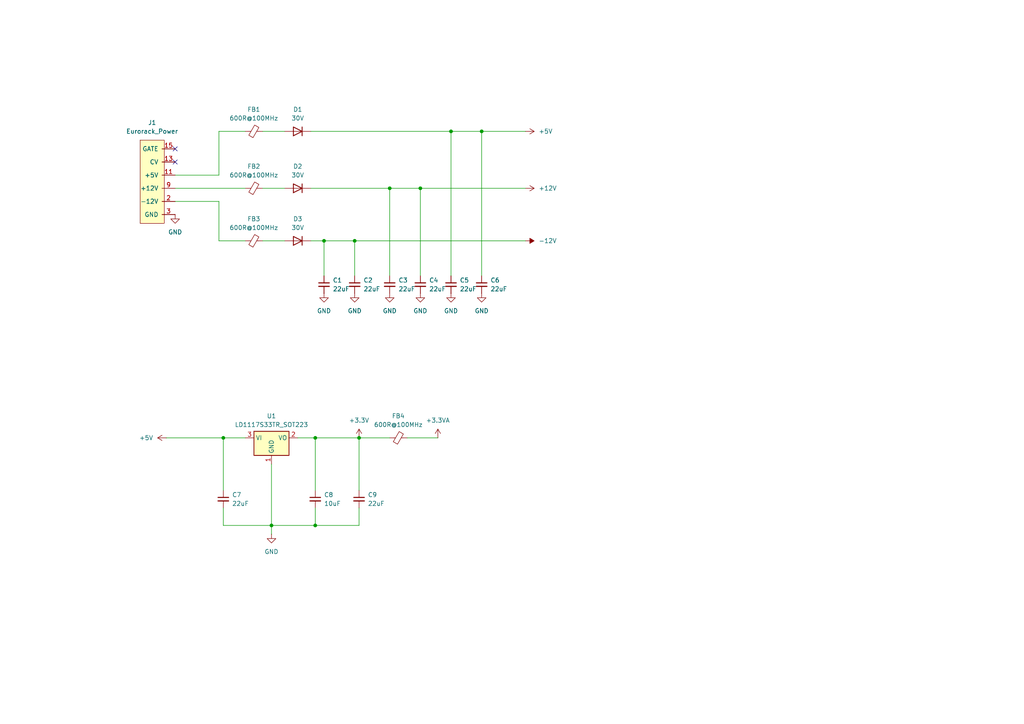
<source format=kicad_sch>
(kicad_sch
	(version 20231120)
	(generator "eeschema")
	(generator_version "8.0")
	(uuid "dc99cbb6-0af8-43e1-9168-05367c14d412")
	(paper "A4")
	(lib_symbols
		(symbol "Device:C_Small"
			(pin_numbers hide)
			(pin_names
				(offset 0.254) hide)
			(exclude_from_sim no)
			(in_bom yes)
			(on_board yes)
			(property "Reference" "C"
				(at 0.254 1.778 0)
				(effects
					(font
						(size 1.27 1.27)
					)
					(justify left)
				)
			)
			(property "Value" "C_Small"
				(at 0.254 -2.032 0)
				(effects
					(font
						(size 1.27 1.27)
					)
					(justify left)
				)
			)
			(property "Footprint" ""
				(at 0 0 0)
				(effects
					(font
						(size 1.27 1.27)
					)
					(hide yes)
				)
			)
			(property "Datasheet" "~"
				(at 0 0 0)
				(effects
					(font
						(size 1.27 1.27)
					)
					(hide yes)
				)
			)
			(property "Description" "Unpolarized capacitor, small symbol"
				(at 0 0 0)
				(effects
					(font
						(size 1.27 1.27)
					)
					(hide yes)
				)
			)
			(property "ki_keywords" "capacitor cap"
				(at 0 0 0)
				(effects
					(font
						(size 1.27 1.27)
					)
					(hide yes)
				)
			)
			(property "ki_fp_filters" "C_*"
				(at 0 0 0)
				(effects
					(font
						(size 1.27 1.27)
					)
					(hide yes)
				)
			)
			(symbol "C_Small_0_1"
				(polyline
					(pts
						(xy -1.524 -0.508) (xy 1.524 -0.508)
					)
					(stroke
						(width 0.3302)
						(type default)
					)
					(fill
						(type none)
					)
				)
				(polyline
					(pts
						(xy -1.524 0.508) (xy 1.524 0.508)
					)
					(stroke
						(width 0.3048)
						(type default)
					)
					(fill
						(type none)
					)
				)
			)
			(symbol "C_Small_1_1"
				(pin passive line
					(at 0 2.54 270)
					(length 2.032)
					(name "~"
						(effects
							(font
								(size 1.27 1.27)
							)
						)
					)
					(number "1"
						(effects
							(font
								(size 1.27 1.27)
							)
						)
					)
				)
				(pin passive line
					(at 0 -2.54 90)
					(length 2.032)
					(name "~"
						(effects
							(font
								(size 1.27 1.27)
							)
						)
					)
					(number "2"
						(effects
							(font
								(size 1.27 1.27)
							)
						)
					)
				)
			)
		)
		(symbol "Device:D"
			(pin_numbers hide)
			(pin_names
				(offset 1.016) hide)
			(exclude_from_sim no)
			(in_bom yes)
			(on_board yes)
			(property "Reference" "D"
				(at 0 2.54 0)
				(effects
					(font
						(size 1.27 1.27)
					)
				)
			)
			(property "Value" "D"
				(at 0 -2.54 0)
				(effects
					(font
						(size 1.27 1.27)
					)
				)
			)
			(property "Footprint" ""
				(at 0 0 0)
				(effects
					(font
						(size 1.27 1.27)
					)
					(hide yes)
				)
			)
			(property "Datasheet" "~"
				(at 0 0 0)
				(effects
					(font
						(size 1.27 1.27)
					)
					(hide yes)
				)
			)
			(property "Description" "Diode"
				(at 0 0 0)
				(effects
					(font
						(size 1.27 1.27)
					)
					(hide yes)
				)
			)
			(property "Sim.Device" "D"
				(at 0 0 0)
				(effects
					(font
						(size 1.27 1.27)
					)
					(hide yes)
				)
			)
			(property "Sim.Pins" "1=K 2=A"
				(at 0 0 0)
				(effects
					(font
						(size 1.27 1.27)
					)
					(hide yes)
				)
			)
			(property "ki_keywords" "diode"
				(at 0 0 0)
				(effects
					(font
						(size 1.27 1.27)
					)
					(hide yes)
				)
			)
			(property "ki_fp_filters" "TO-???* *_Diode_* *SingleDiode* D_*"
				(at 0 0 0)
				(effects
					(font
						(size 1.27 1.27)
					)
					(hide yes)
				)
			)
			(symbol "D_0_1"
				(polyline
					(pts
						(xy -1.27 1.27) (xy -1.27 -1.27)
					)
					(stroke
						(width 0.254)
						(type default)
					)
					(fill
						(type none)
					)
				)
				(polyline
					(pts
						(xy 1.27 0) (xy -1.27 0)
					)
					(stroke
						(width 0)
						(type default)
					)
					(fill
						(type none)
					)
				)
				(polyline
					(pts
						(xy 1.27 1.27) (xy 1.27 -1.27) (xy -1.27 0) (xy 1.27 1.27)
					)
					(stroke
						(width 0.254)
						(type default)
					)
					(fill
						(type none)
					)
				)
			)
			(symbol "D_1_1"
				(pin passive line
					(at -3.81 0 0)
					(length 2.54)
					(name "K"
						(effects
							(font
								(size 1.27 1.27)
							)
						)
					)
					(number "1"
						(effects
							(font
								(size 1.27 1.27)
							)
						)
					)
				)
				(pin passive line
					(at 3.81 0 180)
					(length 2.54)
					(name "A"
						(effects
							(font
								(size 1.27 1.27)
							)
						)
					)
					(number "2"
						(effects
							(font
								(size 1.27 1.27)
							)
						)
					)
				)
			)
		)
		(symbol "Device:FerriteBead_Small"
			(pin_numbers hide)
			(pin_names
				(offset 0)
			)
			(exclude_from_sim no)
			(in_bom yes)
			(on_board yes)
			(property "Reference" "FB"
				(at 1.905 1.27 0)
				(effects
					(font
						(size 1.27 1.27)
					)
					(justify left)
				)
			)
			(property "Value" "FerriteBead_Small"
				(at 1.905 -1.27 0)
				(effects
					(font
						(size 1.27 1.27)
					)
					(justify left)
				)
			)
			(property "Footprint" ""
				(at -1.778 0 90)
				(effects
					(font
						(size 1.27 1.27)
					)
					(hide yes)
				)
			)
			(property "Datasheet" "~"
				(at 0 0 0)
				(effects
					(font
						(size 1.27 1.27)
					)
					(hide yes)
				)
			)
			(property "Description" "Ferrite bead, small symbol"
				(at 0 0 0)
				(effects
					(font
						(size 1.27 1.27)
					)
					(hide yes)
				)
			)
			(property "ki_keywords" "L ferrite bead inductor filter"
				(at 0 0 0)
				(effects
					(font
						(size 1.27 1.27)
					)
					(hide yes)
				)
			)
			(property "ki_fp_filters" "Inductor_* L_* *Ferrite*"
				(at 0 0 0)
				(effects
					(font
						(size 1.27 1.27)
					)
					(hide yes)
				)
			)
			(symbol "FerriteBead_Small_0_1"
				(polyline
					(pts
						(xy 0 -1.27) (xy 0 -0.7874)
					)
					(stroke
						(width 0)
						(type default)
					)
					(fill
						(type none)
					)
				)
				(polyline
					(pts
						(xy 0 0.889) (xy 0 1.2954)
					)
					(stroke
						(width 0)
						(type default)
					)
					(fill
						(type none)
					)
				)
				(polyline
					(pts
						(xy -1.8288 0.2794) (xy -1.1176 1.4986) (xy 1.8288 -0.2032) (xy 1.1176 -1.4224) (xy -1.8288 0.2794)
					)
					(stroke
						(width 0)
						(type default)
					)
					(fill
						(type none)
					)
				)
			)
			(symbol "FerriteBead_Small_1_1"
				(pin passive line
					(at 0 2.54 270)
					(length 1.27)
					(name "~"
						(effects
							(font
								(size 1.27 1.27)
							)
						)
					)
					(number "1"
						(effects
							(font
								(size 1.27 1.27)
							)
						)
					)
				)
				(pin passive line
					(at 0 -2.54 90)
					(length 1.27)
					(name "~"
						(effects
							(font
								(size 1.27 1.27)
							)
						)
					)
					(number "2"
						(effects
							(font
								(size 1.27 1.27)
							)
						)
					)
				)
			)
		)
		(symbol "Regulator_Linear:LD1117S33TR_SOT223"
			(exclude_from_sim no)
			(in_bom yes)
			(on_board yes)
			(property "Reference" "U"
				(at -3.81 3.175 0)
				(effects
					(font
						(size 1.27 1.27)
					)
				)
			)
			(property "Value" "LD1117S33TR_SOT223"
				(at 0 3.175 0)
				(effects
					(font
						(size 1.27 1.27)
					)
					(justify left)
				)
			)
			(property "Footprint" "Package_TO_SOT_SMD:SOT-223-3_TabPin2"
				(at 0 5.08 0)
				(effects
					(font
						(size 1.27 1.27)
					)
					(hide yes)
				)
			)
			(property "Datasheet" "http://www.st.com/st-web-ui/static/active/en/resource/technical/document/datasheet/CD00000544.pdf"
				(at 2.54 -6.35 0)
				(effects
					(font
						(size 1.27 1.27)
					)
					(hide yes)
				)
			)
			(property "Description" "800mA Fixed Low Drop Positive Voltage Regulator, Fixed Output 3.3V, SOT-223"
				(at 0 0 0)
				(effects
					(font
						(size 1.27 1.27)
					)
					(hide yes)
				)
			)
			(property "ki_keywords" "REGULATOR LDO 3.3V"
				(at 0 0 0)
				(effects
					(font
						(size 1.27 1.27)
					)
					(hide yes)
				)
			)
			(property "ki_fp_filters" "SOT?223*TabPin2*"
				(at 0 0 0)
				(effects
					(font
						(size 1.27 1.27)
					)
					(hide yes)
				)
			)
			(symbol "LD1117S33TR_SOT223_0_1"
				(rectangle
					(start -5.08 -5.08)
					(end 5.08 1.905)
					(stroke
						(width 0.254)
						(type default)
					)
					(fill
						(type background)
					)
				)
			)
			(symbol "LD1117S33TR_SOT223_1_1"
				(pin power_in line
					(at 0 -7.62 90)
					(length 2.54)
					(name "GND"
						(effects
							(font
								(size 1.27 1.27)
							)
						)
					)
					(number "1"
						(effects
							(font
								(size 1.27 1.27)
							)
						)
					)
				)
				(pin power_out line
					(at 7.62 0 180)
					(length 2.54)
					(name "VO"
						(effects
							(font
								(size 1.27 1.27)
							)
						)
					)
					(number "2"
						(effects
							(font
								(size 1.27 1.27)
							)
						)
					)
				)
				(pin power_in line
					(at -7.62 0 0)
					(length 2.54)
					(name "VI"
						(effects
							(font
								(size 1.27 1.27)
							)
						)
					)
					(number "3"
						(effects
							(font
								(size 1.27 1.27)
							)
						)
					)
				)
			)
		)
		(symbol "power:+12V"
			(power)
			(pin_numbers hide)
			(pin_names
				(offset 0) hide)
			(exclude_from_sim no)
			(in_bom yes)
			(on_board yes)
			(property "Reference" "#PWR"
				(at 0 -3.81 0)
				(effects
					(font
						(size 1.27 1.27)
					)
					(hide yes)
				)
			)
			(property "Value" "+12V"
				(at 0 3.556 0)
				(effects
					(font
						(size 1.27 1.27)
					)
				)
			)
			(property "Footprint" ""
				(at 0 0 0)
				(effects
					(font
						(size 1.27 1.27)
					)
					(hide yes)
				)
			)
			(property "Datasheet" ""
				(at 0 0 0)
				(effects
					(font
						(size 1.27 1.27)
					)
					(hide yes)
				)
			)
			(property "Description" "Power symbol creates a global label with name \"+12V\""
				(at 0 0 0)
				(effects
					(font
						(size 1.27 1.27)
					)
					(hide yes)
				)
			)
			(property "ki_keywords" "global power"
				(at 0 0 0)
				(effects
					(font
						(size 1.27 1.27)
					)
					(hide yes)
				)
			)
			(symbol "+12V_0_1"
				(polyline
					(pts
						(xy -0.762 1.27) (xy 0 2.54)
					)
					(stroke
						(width 0)
						(type default)
					)
					(fill
						(type none)
					)
				)
				(polyline
					(pts
						(xy 0 0) (xy 0 2.54)
					)
					(stroke
						(width 0)
						(type default)
					)
					(fill
						(type none)
					)
				)
				(polyline
					(pts
						(xy 0 2.54) (xy 0.762 1.27)
					)
					(stroke
						(width 0)
						(type default)
					)
					(fill
						(type none)
					)
				)
			)
			(symbol "+12V_1_1"
				(pin power_in line
					(at 0 0 90)
					(length 0)
					(name "~"
						(effects
							(font
								(size 1.27 1.27)
							)
						)
					)
					(number "1"
						(effects
							(font
								(size 1.27 1.27)
							)
						)
					)
				)
			)
		)
		(symbol "power:+3.3V"
			(power)
			(pin_numbers hide)
			(pin_names
				(offset 0) hide)
			(exclude_from_sim no)
			(in_bom yes)
			(on_board yes)
			(property "Reference" "#PWR"
				(at 0 -3.81 0)
				(effects
					(font
						(size 1.27 1.27)
					)
					(hide yes)
				)
			)
			(property "Value" "+3.3V"
				(at 0 3.556 0)
				(effects
					(font
						(size 1.27 1.27)
					)
				)
			)
			(property "Footprint" ""
				(at 0 0 0)
				(effects
					(font
						(size 1.27 1.27)
					)
					(hide yes)
				)
			)
			(property "Datasheet" ""
				(at 0 0 0)
				(effects
					(font
						(size 1.27 1.27)
					)
					(hide yes)
				)
			)
			(property "Description" "Power symbol creates a global label with name \"+3.3V\""
				(at 0 0 0)
				(effects
					(font
						(size 1.27 1.27)
					)
					(hide yes)
				)
			)
			(property "ki_keywords" "global power"
				(at 0 0 0)
				(effects
					(font
						(size 1.27 1.27)
					)
					(hide yes)
				)
			)
			(symbol "+3.3V_0_1"
				(polyline
					(pts
						(xy -0.762 1.27) (xy 0 2.54)
					)
					(stroke
						(width 0)
						(type default)
					)
					(fill
						(type none)
					)
				)
				(polyline
					(pts
						(xy 0 0) (xy 0 2.54)
					)
					(stroke
						(width 0)
						(type default)
					)
					(fill
						(type none)
					)
				)
				(polyline
					(pts
						(xy 0 2.54) (xy 0.762 1.27)
					)
					(stroke
						(width 0)
						(type default)
					)
					(fill
						(type none)
					)
				)
			)
			(symbol "+3.3V_1_1"
				(pin power_in line
					(at 0 0 90)
					(length 0)
					(name "~"
						(effects
							(font
								(size 1.27 1.27)
							)
						)
					)
					(number "1"
						(effects
							(font
								(size 1.27 1.27)
							)
						)
					)
				)
			)
		)
		(symbol "power:+3.3VA"
			(power)
			(pin_numbers hide)
			(pin_names
				(offset 0) hide)
			(exclude_from_sim no)
			(in_bom yes)
			(on_board yes)
			(property "Reference" "#PWR"
				(at 0 -3.81 0)
				(effects
					(font
						(size 1.27 1.27)
					)
					(hide yes)
				)
			)
			(property "Value" "+3.3VA"
				(at 0 3.556 0)
				(effects
					(font
						(size 1.27 1.27)
					)
				)
			)
			(property "Footprint" ""
				(at 0 0 0)
				(effects
					(font
						(size 1.27 1.27)
					)
					(hide yes)
				)
			)
			(property "Datasheet" ""
				(at 0 0 0)
				(effects
					(font
						(size 1.27 1.27)
					)
					(hide yes)
				)
			)
			(property "Description" "Power symbol creates a global label with name \"+3.3VA\""
				(at 0 0 0)
				(effects
					(font
						(size 1.27 1.27)
					)
					(hide yes)
				)
			)
			(property "ki_keywords" "global power"
				(at 0 0 0)
				(effects
					(font
						(size 1.27 1.27)
					)
					(hide yes)
				)
			)
			(symbol "+3.3VA_0_1"
				(polyline
					(pts
						(xy -0.762 1.27) (xy 0 2.54)
					)
					(stroke
						(width 0)
						(type default)
					)
					(fill
						(type none)
					)
				)
				(polyline
					(pts
						(xy 0 0) (xy 0 2.54)
					)
					(stroke
						(width 0)
						(type default)
					)
					(fill
						(type none)
					)
				)
				(polyline
					(pts
						(xy 0 2.54) (xy 0.762 1.27)
					)
					(stroke
						(width 0)
						(type default)
					)
					(fill
						(type none)
					)
				)
			)
			(symbol "+3.3VA_1_1"
				(pin power_in line
					(at 0 0 90)
					(length 0)
					(name "~"
						(effects
							(font
								(size 1.27 1.27)
							)
						)
					)
					(number "1"
						(effects
							(font
								(size 1.27 1.27)
							)
						)
					)
				)
			)
		)
		(symbol "power:+5V"
			(power)
			(pin_numbers hide)
			(pin_names
				(offset 0) hide)
			(exclude_from_sim no)
			(in_bom yes)
			(on_board yes)
			(property "Reference" "#PWR"
				(at 0 -3.81 0)
				(effects
					(font
						(size 1.27 1.27)
					)
					(hide yes)
				)
			)
			(property "Value" "+5V"
				(at 0 3.556 0)
				(effects
					(font
						(size 1.27 1.27)
					)
				)
			)
			(property "Footprint" ""
				(at 0 0 0)
				(effects
					(font
						(size 1.27 1.27)
					)
					(hide yes)
				)
			)
			(property "Datasheet" ""
				(at 0 0 0)
				(effects
					(font
						(size 1.27 1.27)
					)
					(hide yes)
				)
			)
			(property "Description" "Power symbol creates a global label with name \"+5V\""
				(at 0 0 0)
				(effects
					(font
						(size 1.27 1.27)
					)
					(hide yes)
				)
			)
			(property "ki_keywords" "global power"
				(at 0 0 0)
				(effects
					(font
						(size 1.27 1.27)
					)
					(hide yes)
				)
			)
			(symbol "+5V_0_1"
				(polyline
					(pts
						(xy -0.762 1.27) (xy 0 2.54)
					)
					(stroke
						(width 0)
						(type default)
					)
					(fill
						(type none)
					)
				)
				(polyline
					(pts
						(xy 0 0) (xy 0 2.54)
					)
					(stroke
						(width 0)
						(type default)
					)
					(fill
						(type none)
					)
				)
				(polyline
					(pts
						(xy 0 2.54) (xy 0.762 1.27)
					)
					(stroke
						(width 0)
						(type default)
					)
					(fill
						(type none)
					)
				)
			)
			(symbol "+5V_1_1"
				(pin power_in line
					(at 0 0 90)
					(length 0)
					(name "~"
						(effects
							(font
								(size 1.27 1.27)
							)
						)
					)
					(number "1"
						(effects
							(font
								(size 1.27 1.27)
							)
						)
					)
				)
			)
		)
		(symbol "power:-12V"
			(power)
			(pin_numbers hide)
			(pin_names
				(offset 0) hide)
			(exclude_from_sim no)
			(in_bom yes)
			(on_board yes)
			(property "Reference" "#PWR"
				(at 0 -3.81 0)
				(effects
					(font
						(size 1.27 1.27)
					)
					(hide yes)
				)
			)
			(property "Value" "-12V"
				(at 0 3.556 0)
				(effects
					(font
						(size 1.27 1.27)
					)
				)
			)
			(property "Footprint" ""
				(at 0 0 0)
				(effects
					(font
						(size 1.27 1.27)
					)
					(hide yes)
				)
			)
			(property "Datasheet" ""
				(at 0 0 0)
				(effects
					(font
						(size 1.27 1.27)
					)
					(hide yes)
				)
			)
			(property "Description" "Power symbol creates a global label with name \"-12V\""
				(at 0 0 0)
				(effects
					(font
						(size 1.27 1.27)
					)
					(hide yes)
				)
			)
			(property "ki_keywords" "global power"
				(at 0 0 0)
				(effects
					(font
						(size 1.27 1.27)
					)
					(hide yes)
				)
			)
			(symbol "-12V_0_0"
				(pin power_in line
					(at 0 0 90)
					(length 0)
					(name "~"
						(effects
							(font
								(size 1.27 1.27)
							)
						)
					)
					(number "1"
						(effects
							(font
								(size 1.27 1.27)
							)
						)
					)
				)
			)
			(symbol "-12V_0_1"
				(polyline
					(pts
						(xy 0 0) (xy 0 1.27) (xy 0.762 1.27) (xy 0 2.54) (xy -0.762 1.27) (xy 0 1.27)
					)
					(stroke
						(width 0)
						(type default)
					)
					(fill
						(type outline)
					)
				)
			)
		)
		(symbol "power:GND"
			(power)
			(pin_numbers hide)
			(pin_names
				(offset 0) hide)
			(exclude_from_sim no)
			(in_bom yes)
			(on_board yes)
			(property "Reference" "#PWR"
				(at 0 -6.35 0)
				(effects
					(font
						(size 1.27 1.27)
					)
					(hide yes)
				)
			)
			(property "Value" "GND"
				(at 0 -3.81 0)
				(effects
					(font
						(size 1.27 1.27)
					)
				)
			)
			(property "Footprint" ""
				(at 0 0 0)
				(effects
					(font
						(size 1.27 1.27)
					)
					(hide yes)
				)
			)
			(property "Datasheet" ""
				(at 0 0 0)
				(effects
					(font
						(size 1.27 1.27)
					)
					(hide yes)
				)
			)
			(property "Description" "Power symbol creates a global label with name \"GND\" , ground"
				(at 0 0 0)
				(effects
					(font
						(size 1.27 1.27)
					)
					(hide yes)
				)
			)
			(property "ki_keywords" "global power"
				(at 0 0 0)
				(effects
					(font
						(size 1.27 1.27)
					)
					(hide yes)
				)
			)
			(symbol "GND_0_1"
				(polyline
					(pts
						(xy 0 0) (xy 0 -1.27) (xy 1.27 -1.27) (xy 0 -2.54) (xy -1.27 -1.27) (xy 0 -1.27)
					)
					(stroke
						(width 0)
						(type default)
					)
					(fill
						(type none)
					)
				)
			)
			(symbol "GND_1_1"
				(pin power_in line
					(at 0 0 270)
					(length 0)
					(name "~"
						(effects
							(font
								(size 1.27 1.27)
							)
						)
					)
					(number "1"
						(effects
							(font
								(size 1.27 1.27)
							)
						)
					)
				)
			)
		)
		(symbol "winterbloom:Eurorack_Power_02x08_Pin_12v_5v"
			(pin_names
				(offset 1.016)
			)
			(exclude_from_sim no)
			(in_bom yes)
			(on_board yes)
			(property "Reference" "J"
				(at -0.762 8.89 0)
				(effects
					(font
						(size 1.27 1.27)
					)
				)
			)
			(property "Value" "Eurorack_Power"
				(at 0.254 -19.304 0)
				(effects
					(font
						(size 1.27 1.27)
					)
				)
			)
			(property "Footprint" "winterbloom:Eurorack_Power_02x08_Shrouded_Lock"
				(at 0 11.43 0)
				(effects
					(font
						(size 1.27 1.27)
					)
					(hide yes)
				)
			)
			(property "Datasheet" "https://static6.arrow.com/aropdfconversion/1507f1621f4e67855dd466ebb3ac550d52564a9d/32302-sxx1.pdf"
				(at 1.778 -24.638 0)
				(effects
					(font
						(size 1.27 1.27)
					)
					(hide yes)
				)
			)
			(property "Description" "Shrouded, keyed, Eurorack power header, 02x08, 2.54mm spacing"
				(at 0.254 -22.352 0)
				(effects
					(font
						(size 1.27 1.27)
					)
					(hide yes)
				)
			)
			(property "MPN" "302-S101"
				(at 0 13.97 0)
				(effects
					(font
						(size 1.27 1.27)
					)
					(hide yes)
				)
			)
			(property "ki_keywords" "eurorack power"
				(at 0 0 0)
				(effects
					(font
						(size 1.27 1.27)
					)
					(hide yes)
				)
			)
			(symbol "Eurorack_Power_02x08_Pin_12v_5v_0_1"
				(rectangle
					(start -2.54 7.62)
					(end 4.445 -16.51)
					(stroke
						(width 0)
						(type default)
					)
					(fill
						(type background)
					)
				)
			)
			(symbol "Eurorack_Power_02x08_Pin_12v_5v_1_1"
				(pin power_out line
					(at 7.62 -1.27 180)
					(length 3.81) hide
					(name "-12V"
						(effects
							(font
								(size 1.27 1.27)
							)
						)
					)
					(number "1"
						(effects
							(font
								(size 1.27 1.27)
							)
						)
					)
				)
				(pin passive line
					(at 7.62 2.54 180)
					(length 3.81) hide
					(name "+12V"
						(effects
							(font
								(size 1.27 1.27)
							)
						)
					)
					(number "10"
						(effects
							(font
								(size 1.27 1.27)
							)
						)
					)
				)
				(pin power_out line
					(at 7.62 -2.54 180)
					(length 3.81)
					(name "+5V"
						(effects
							(font
								(size 1.27 1.27)
							)
						)
					)
					(number "11"
						(effects
							(font
								(size 1.27 1.27)
							)
						)
					)
				)
				(pin passive line
					(at 7.62 1.27 180)
					(length 3.81)
					(name "CV"
						(effects
							(font
								(size 1.27 1.27)
							)
						)
					)
					(number "13"
						(effects
							(font
								(size 1.27 1.27)
							)
						)
					)
				)
				(pin passive line
					(at 7.62 5.08 180)
					(length 3.81)
					(name "GATE"
						(effects
							(font
								(size 1.27 1.27)
							)
						)
					)
					(number "15"
						(effects
							(font
								(size 1.27 1.27)
							)
						)
					)
				)
				(pin passive line
					(at 7.62 -10.16 180)
					(length 3.81)
					(name "-12V"
						(effects
							(font
								(size 1.27 1.27)
							)
						)
					)
					(number "2"
						(effects
							(font
								(size 1.27 1.27)
							)
						)
					)
				)
				(pin power_out line
					(at 7.62 -13.97 180)
					(length 3.81)
					(name "GND"
						(effects
							(font
								(size 1.27 1.27)
							)
						)
					)
					(number "3"
						(effects
							(font
								(size 1.27 1.27)
							)
						)
					)
				)
				(pin passive line
					(at 7.62 -5.08 180)
					(length 3.81) hide
					(name "GND"
						(effects
							(font
								(size 1.27 1.27)
							)
						)
					)
					(number "4"
						(effects
							(font
								(size 1.27 1.27)
							)
						)
					)
				)
				(pin passive line
					(at 7.62 -5.08 180)
					(length 3.81) hide
					(name "GND"
						(effects
							(font
								(size 1.27 1.27)
							)
						)
					)
					(number "5"
						(effects
							(font
								(size 1.27 1.27)
							)
						)
					)
				)
				(pin passive line
					(at 7.62 -5.08 180)
					(length 3.81) hide
					(name "GND"
						(effects
							(font
								(size 1.27 1.27)
							)
						)
					)
					(number "6"
						(effects
							(font
								(size 1.27 1.27)
							)
						)
					)
				)
				(pin passive line
					(at 7.62 -5.08 180)
					(length 3.81) hide
					(name "GND"
						(effects
							(font
								(size 1.27 1.27)
							)
						)
					)
					(number "7"
						(effects
							(font
								(size 1.27 1.27)
							)
						)
					)
				)
				(pin passive line
					(at 7.62 -5.08 180)
					(length 3.81) hide
					(name "GND"
						(effects
							(font
								(size 1.27 1.27)
							)
						)
					)
					(number "8"
						(effects
							(font
								(size 1.27 1.27)
							)
						)
					)
				)
				(pin power_out line
					(at 7.62 -6.35 180)
					(length 3.81)
					(name "+12V"
						(effects
							(font
								(size 1.27 1.27)
							)
						)
					)
					(number "9"
						(effects
							(font
								(size 1.27 1.27)
							)
						)
					)
				)
			)
		)
	)
	(junction
		(at 130.81 38.1)
		(diameter 0)
		(color 0 0 0 0)
		(uuid "26d8d61b-71ae-4968-904b-ef95f316cd1e")
	)
	(junction
		(at 102.87 69.85)
		(diameter 0)
		(color 0 0 0 0)
		(uuid "5f53094d-4c08-4c4c-a9b5-fda629f56f7c")
	)
	(junction
		(at 113.03 54.61)
		(diameter 0)
		(color 0 0 0 0)
		(uuid "646fb22c-8715-40b6-82da-29635f396c87")
	)
	(junction
		(at 93.98 69.85)
		(diameter 0)
		(color 0 0 0 0)
		(uuid "71d6a391-eb52-4beb-aeb8-ad158cd4ea37")
	)
	(junction
		(at 121.92 54.61)
		(diameter 0)
		(color 0 0 0 0)
		(uuid "78abd694-a7b7-41ec-8033-b5255ba7c117")
	)
	(junction
		(at 64.77 127)
		(diameter 0)
		(color 0 0 0 0)
		(uuid "7bc8cea6-8de0-42b7-870c-bb80647f8548")
	)
	(junction
		(at 91.44 127)
		(diameter 0)
		(color 0 0 0 0)
		(uuid "8311ce75-bbf0-464c-a693-7ea65fe7823d")
	)
	(junction
		(at 91.44 152.4)
		(diameter 0)
		(color 0 0 0 0)
		(uuid "8868f1cf-d940-4083-aa48-ac333710416f")
	)
	(junction
		(at 139.7 38.1)
		(diameter 0)
		(color 0 0 0 0)
		(uuid "caad754c-ca85-4146-8b7f-0226ea630383")
	)
	(junction
		(at 104.14 127)
		(diameter 0)
		(color 0 0 0 0)
		(uuid "d1b61975-8026-42b8-9508-12cc0ddc7081")
	)
	(junction
		(at 78.74 152.4)
		(diameter 0)
		(color 0 0 0 0)
		(uuid "d935a74b-632e-43e3-9510-761b8d566965")
	)
	(no_connect
		(at 50.8 43.18)
		(uuid "c3e982f6-e9d4-4071-a1fa-aa9a0cbbfa49")
	)
	(no_connect
		(at 50.8 46.99)
		(uuid "e73d3563-911c-4414-bd0b-a6ab6388460e")
	)
	(wire
		(pts
			(xy 93.98 69.85) (xy 93.98 80.01)
		)
		(stroke
			(width 0)
			(type default)
		)
		(uuid "0b33cee8-7fa6-4c16-af54-5fa650ec5009")
	)
	(wire
		(pts
			(xy 50.8 58.42) (xy 63.5 58.42)
		)
		(stroke
			(width 0)
			(type default)
		)
		(uuid "0b823445-9e9a-4bc2-a7f0-9edf29aff3ae")
	)
	(wire
		(pts
			(xy 63.5 58.42) (xy 63.5 69.85)
		)
		(stroke
			(width 0)
			(type default)
		)
		(uuid "1b6aefe6-c0c3-4e27-a5a9-18344ea64af9")
	)
	(wire
		(pts
			(xy 91.44 127) (xy 104.14 127)
		)
		(stroke
			(width 0)
			(type default)
		)
		(uuid "31453f93-8810-4bb8-a947-2b49d3c95329")
	)
	(wire
		(pts
			(xy 130.81 38.1) (xy 139.7 38.1)
		)
		(stroke
			(width 0)
			(type default)
		)
		(uuid "3f726bc8-7262-4e63-b8e8-117ad1bdc208")
	)
	(wire
		(pts
			(xy 104.14 127) (xy 113.03 127)
		)
		(stroke
			(width 0)
			(type default)
		)
		(uuid "442ec16f-e00c-417a-a375-b232cff53bbf")
	)
	(wire
		(pts
			(xy 78.74 152.4) (xy 78.74 154.94)
		)
		(stroke
			(width 0)
			(type default)
		)
		(uuid "57e8a421-b489-4266-8280-e29bd6790c37")
	)
	(wire
		(pts
			(xy 76.2 69.85) (xy 82.55 69.85)
		)
		(stroke
			(width 0)
			(type default)
		)
		(uuid "589d9245-d597-45cd-b8b6-7436b202b177")
	)
	(wire
		(pts
			(xy 64.77 127) (xy 64.77 142.24)
		)
		(stroke
			(width 0)
			(type default)
		)
		(uuid "58f5891a-774d-440a-93ce-22b8a9fa64a3")
	)
	(wire
		(pts
			(xy 104.14 127) (xy 104.14 142.24)
		)
		(stroke
			(width 0)
			(type default)
		)
		(uuid "5a59f73e-56f6-4d24-a04d-5eef00ff3a94")
	)
	(wire
		(pts
			(xy 91.44 147.32) (xy 91.44 152.4)
		)
		(stroke
			(width 0)
			(type default)
		)
		(uuid "689eb634-390b-4de3-941d-caaefd612f22")
	)
	(wire
		(pts
			(xy 113.03 54.61) (xy 113.03 80.01)
		)
		(stroke
			(width 0)
			(type default)
		)
		(uuid "6da09aa2-4da7-4eb2-8db8-cf4c24cbc0f0")
	)
	(wire
		(pts
			(xy 113.03 54.61) (xy 121.92 54.61)
		)
		(stroke
			(width 0)
			(type default)
		)
		(uuid "7463ceac-54c0-4d80-bed7-69bbd2f7f732")
	)
	(wire
		(pts
			(xy 50.8 54.61) (xy 71.12 54.61)
		)
		(stroke
			(width 0)
			(type default)
		)
		(uuid "7849a380-3fe3-416f-9a7f-f4725fca1434")
	)
	(wire
		(pts
			(xy 63.5 69.85) (xy 71.12 69.85)
		)
		(stroke
			(width 0)
			(type default)
		)
		(uuid "7aedae1c-dbe5-4ca4-b29a-618efb742c91")
	)
	(wire
		(pts
			(xy 91.44 152.4) (xy 104.14 152.4)
		)
		(stroke
			(width 0)
			(type default)
		)
		(uuid "7ce7a90f-5b9b-4b0a-9ad3-f2a818a17d8b")
	)
	(wire
		(pts
			(xy 63.5 38.1) (xy 71.12 38.1)
		)
		(stroke
			(width 0)
			(type default)
		)
		(uuid "86c59cbb-3dc2-4b53-9c2c-e035b2dd4ad2")
	)
	(wire
		(pts
			(xy 76.2 38.1) (xy 82.55 38.1)
		)
		(stroke
			(width 0)
			(type default)
		)
		(uuid "8bf511dc-cc4d-4761-bc52-1e20a5862dfb")
	)
	(wire
		(pts
			(xy 104.14 147.32) (xy 104.14 152.4)
		)
		(stroke
			(width 0)
			(type default)
		)
		(uuid "8ce59f8e-c225-4111-a78c-0ca5bffebbd2")
	)
	(wire
		(pts
			(xy 90.17 54.61) (xy 113.03 54.61)
		)
		(stroke
			(width 0)
			(type default)
		)
		(uuid "8e542c71-0797-424c-b2dc-2b63bbe006a3")
	)
	(wire
		(pts
			(xy 64.77 147.32) (xy 64.77 152.4)
		)
		(stroke
			(width 0)
			(type default)
		)
		(uuid "8f531053-834f-4aa6-b47b-81fa69b80ce0")
	)
	(wire
		(pts
			(xy 139.7 38.1) (xy 152.4 38.1)
		)
		(stroke
			(width 0)
			(type default)
		)
		(uuid "97f94f07-64f9-47d2-9af1-12d040400aac")
	)
	(wire
		(pts
			(xy 102.87 69.85) (xy 102.87 80.01)
		)
		(stroke
			(width 0)
			(type default)
		)
		(uuid "9eb37854-3524-4245-80c7-e9e0cf2570b0")
	)
	(wire
		(pts
			(xy 63.5 50.8) (xy 63.5 38.1)
		)
		(stroke
			(width 0)
			(type default)
		)
		(uuid "9fb1bdb0-80b6-4246-9c9f-1d38e6cbbf53")
	)
	(wire
		(pts
			(xy 102.87 69.85) (xy 152.4 69.85)
		)
		(stroke
			(width 0)
			(type default)
		)
		(uuid "bdf83cd8-c5cb-4e8a-b01a-ad3b82cab2e2")
	)
	(wire
		(pts
			(xy 91.44 152.4) (xy 78.74 152.4)
		)
		(stroke
			(width 0)
			(type default)
		)
		(uuid "c1413bff-e9fd-4bb5-994d-13d684ea3183")
	)
	(wire
		(pts
			(xy 86.36 127) (xy 91.44 127)
		)
		(stroke
			(width 0)
			(type default)
		)
		(uuid "c268a6d1-d061-40b7-87ad-a164e6f7b123")
	)
	(wire
		(pts
			(xy 76.2 54.61) (xy 82.55 54.61)
		)
		(stroke
			(width 0)
			(type default)
		)
		(uuid "c4144b50-62ce-47c2-b0fc-1751e5c15093")
	)
	(wire
		(pts
			(xy 64.77 152.4) (xy 78.74 152.4)
		)
		(stroke
			(width 0)
			(type default)
		)
		(uuid "c9c9ba83-0f3b-44aa-9237-12887a7a506b")
	)
	(wire
		(pts
			(xy 48.26 127) (xy 64.77 127)
		)
		(stroke
			(width 0)
			(type default)
		)
		(uuid "cae27280-d2a9-4ba5-8893-a314d31174de")
	)
	(wire
		(pts
			(xy 121.92 54.61) (xy 152.4 54.61)
		)
		(stroke
			(width 0)
			(type default)
		)
		(uuid "cb851e98-512f-4dde-9089-b81484c7aabf")
	)
	(wire
		(pts
			(xy 50.8 50.8) (xy 63.5 50.8)
		)
		(stroke
			(width 0)
			(type default)
		)
		(uuid "ceb63f1a-0653-4cfb-bdbe-87d4b754129c")
	)
	(wire
		(pts
			(xy 91.44 127) (xy 91.44 142.24)
		)
		(stroke
			(width 0)
			(type default)
		)
		(uuid "d2e90b3d-824e-428a-8639-5701b649f493")
	)
	(wire
		(pts
			(xy 78.74 134.62) (xy 78.74 152.4)
		)
		(stroke
			(width 0)
			(type default)
		)
		(uuid "d63a2717-629b-46c0-a4dc-15cd40124de2")
	)
	(wire
		(pts
			(xy 64.77 127) (xy 71.12 127)
		)
		(stroke
			(width 0)
			(type default)
		)
		(uuid "dcb71f62-7149-49a0-b8fc-2113eaa99e1f")
	)
	(wire
		(pts
			(xy 90.17 69.85) (xy 93.98 69.85)
		)
		(stroke
			(width 0)
			(type default)
		)
		(uuid "ebeb62df-efe6-4d50-b3c5-8a9ce49cd523")
	)
	(wire
		(pts
			(xy 93.98 69.85) (xy 102.87 69.85)
		)
		(stroke
			(width 0)
			(type default)
		)
		(uuid "ed2bd36e-bb85-4488-ad77-ab1f7b4b9095")
	)
	(wire
		(pts
			(xy 90.17 38.1) (xy 130.81 38.1)
		)
		(stroke
			(width 0)
			(type default)
		)
		(uuid "f07ab482-d2a6-4142-a975-797f6a1a72d1")
	)
	(wire
		(pts
			(xy 139.7 38.1) (xy 139.7 80.01)
		)
		(stroke
			(width 0)
			(type default)
		)
		(uuid "f0a6fdf3-cd39-4743-8325-0dad7a0ee58c")
	)
	(wire
		(pts
			(xy 130.81 38.1) (xy 130.81 80.01)
		)
		(stroke
			(width 0)
			(type default)
		)
		(uuid "f24fd249-f3d4-4588-9626-fd8124e8404a")
	)
	(wire
		(pts
			(xy 118.11 127) (xy 127 127)
		)
		(stroke
			(width 0)
			(type default)
		)
		(uuid "fb5dabaa-81c7-41a3-a59f-941a080dd4ed")
	)
	(wire
		(pts
			(xy 121.92 54.61) (xy 121.92 80.01)
		)
		(stroke
			(width 0)
			(type default)
		)
		(uuid "fbb80fe2-2184-4aab-af35-58a6489f516a")
	)
	(symbol
		(lib_id "power:GND")
		(at 50.8 62.23 0)
		(unit 1)
		(exclude_from_sim no)
		(in_bom yes)
		(on_board yes)
		(dnp no)
		(fields_autoplaced yes)
		(uuid "10278df2-68c5-4b5d-8410-915ea65272d4")
		(property "Reference" "#PWR01"
			(at 50.8 68.58 0)
			(effects
				(font
					(size 1.27 1.27)
				)
				(hide yes)
			)
		)
		(property "Value" "GND"
			(at 50.8 67.31 0)
			(effects
				(font
					(size 1.27 1.27)
				)
			)
		)
		(property "Footprint" ""
			(at 50.8 62.23 0)
			(effects
				(font
					(size 1.27 1.27)
				)
				(hide yes)
			)
		)
		(property "Datasheet" ""
			(at 50.8 62.23 0)
			(effects
				(font
					(size 1.27 1.27)
				)
				(hide yes)
			)
		)
		(property "Description" "Power symbol creates a global label with name \"GND\" , ground"
			(at 50.8 62.23 0)
			(effects
				(font
					(size 1.27 1.27)
				)
				(hide yes)
			)
		)
		(pin "1"
			(uuid "4daeb1fc-4aaa-4c42-ba62-51fc4f98a9c0")
		)
		(instances
			(project "wh3lk"
				(path "/b1c4d2b8-caaa-445f-98af-61488ebb4616/a4ae8547-0079-436a-8b80-4c6be78d620f"
					(reference "#PWR01")
					(unit 1)
				)
			)
		)
	)
	(symbol
		(lib_id "Device:C_Small")
		(at 102.87 82.55 0)
		(unit 1)
		(exclude_from_sim no)
		(in_bom yes)
		(on_board yes)
		(dnp no)
		(fields_autoplaced yes)
		(uuid "1030e784-f725-4797-832e-8a49ed769a68")
		(property "Reference" "C2"
			(at 105.41 81.2862 0)
			(effects
				(font
					(size 1.27 1.27)
				)
				(justify left)
			)
		)
		(property "Value" "22uF"
			(at 105.41 83.8262 0)
			(effects
				(font
					(size 1.27 1.27)
				)
				(justify left)
			)
		)
		(property "Footprint" ""
			(at 102.87 82.55 0)
			(effects
				(font
					(size 1.27 1.27)
				)
				(hide yes)
			)
		)
		(property "Datasheet" "~"
			(at 102.87 82.55 0)
			(effects
				(font
					(size 1.27 1.27)
				)
				(hide yes)
			)
		)
		(property "Description" "Unpolarized capacitor, small symbol"
			(at 102.87 82.55 0)
			(effects
				(font
					(size 1.27 1.27)
				)
				(hide yes)
			)
		)
		(pin "2"
			(uuid "1824312f-4cfb-4ded-8090-63354f096413")
		)
		(pin "1"
			(uuid "8bcf19fa-ffcd-434a-bbae-a02b37f27f5b")
		)
		(instances
			(project "wh3lk"
				(path "/b1c4d2b8-caaa-445f-98af-61488ebb4616/a4ae8547-0079-436a-8b80-4c6be78d620f"
					(reference "C2")
					(unit 1)
				)
			)
		)
	)
	(symbol
		(lib_id "Device:C_Small")
		(at 121.92 82.55 0)
		(unit 1)
		(exclude_from_sim no)
		(in_bom yes)
		(on_board yes)
		(dnp no)
		(fields_autoplaced yes)
		(uuid "1c393769-9f50-45cc-bb1d-c0c21c51aaf9")
		(property "Reference" "C4"
			(at 124.46 81.2862 0)
			(effects
				(font
					(size 1.27 1.27)
				)
				(justify left)
			)
		)
		(property "Value" "22uF"
			(at 124.46 83.8262 0)
			(effects
				(font
					(size 1.27 1.27)
				)
				(justify left)
			)
		)
		(property "Footprint" ""
			(at 121.92 82.55 0)
			(effects
				(font
					(size 1.27 1.27)
				)
				(hide yes)
			)
		)
		(property "Datasheet" "~"
			(at 121.92 82.55 0)
			(effects
				(font
					(size 1.27 1.27)
				)
				(hide yes)
			)
		)
		(property "Description" "Unpolarized capacitor, small symbol"
			(at 121.92 82.55 0)
			(effects
				(font
					(size 1.27 1.27)
				)
				(hide yes)
			)
		)
		(pin "2"
			(uuid "54042d21-4766-4ea2-93ff-b6401246ea9c")
		)
		(pin "1"
			(uuid "33d97c11-4aac-46b0-8190-b72f9adb2c50")
		)
		(instances
			(project "wh3lk"
				(path "/b1c4d2b8-caaa-445f-98af-61488ebb4616/a4ae8547-0079-436a-8b80-4c6be78d620f"
					(reference "C4")
					(unit 1)
				)
			)
		)
	)
	(symbol
		(lib_id "Device:FerriteBead_Small")
		(at 115.57 127 90)
		(unit 1)
		(exclude_from_sim no)
		(in_bom yes)
		(on_board yes)
		(dnp no)
		(fields_autoplaced yes)
		(uuid "1d6a8106-61c7-43fe-b5ee-c490be5a9823")
		(property "Reference" "FB4"
			(at 115.5319 120.65 90)
			(effects
				(font
					(size 1.27 1.27)
				)
			)
		)
		(property "Value" "600R@100MHz"
			(at 115.5319 123.19 90)
			(effects
				(font
					(size 1.27 1.27)
				)
			)
		)
		(property "Footprint" ""
			(at 115.57 128.778 90)
			(effects
				(font
					(size 1.27 1.27)
				)
				(hide yes)
			)
		)
		(property "Datasheet" "~"
			(at 115.57 127 0)
			(effects
				(font
					(size 1.27 1.27)
				)
				(hide yes)
			)
		)
		(property "Description" "Ferrite bead, small symbol"
			(at 115.57 127 0)
			(effects
				(font
					(size 1.27 1.27)
				)
				(hide yes)
			)
		)
		(pin "1"
			(uuid "85ad43d0-657f-45bf-8fac-af2b1166ce61")
		)
		(pin "2"
			(uuid "dacc9a1b-5dd5-4d8c-83de-0c51e89dfd50")
		)
		(instances
			(project "wh3lk"
				(path "/b1c4d2b8-caaa-445f-98af-61488ebb4616/a4ae8547-0079-436a-8b80-4c6be78d620f"
					(reference "FB4")
					(unit 1)
				)
			)
		)
	)
	(symbol
		(lib_id "power:+3.3V")
		(at 104.14 127 0)
		(unit 1)
		(exclude_from_sim no)
		(in_bom yes)
		(on_board yes)
		(dnp no)
		(fields_autoplaced yes)
		(uuid "2325a29c-820d-4029-a1b6-adcdc6242d30")
		(property "Reference" "#PWR012"
			(at 104.14 130.81 0)
			(effects
				(font
					(size 1.27 1.27)
				)
				(hide yes)
			)
		)
		(property "Value" "+3.3V"
			(at 104.14 121.92 0)
			(effects
				(font
					(size 1.27 1.27)
				)
			)
		)
		(property "Footprint" ""
			(at 104.14 127 0)
			(effects
				(font
					(size 1.27 1.27)
				)
				(hide yes)
			)
		)
		(property "Datasheet" ""
			(at 104.14 127 0)
			(effects
				(font
					(size 1.27 1.27)
				)
				(hide yes)
			)
		)
		(property "Description" "Power symbol creates a global label with name \"+3.3V\""
			(at 104.14 127 0)
			(effects
				(font
					(size 1.27 1.27)
				)
				(hide yes)
			)
		)
		(pin "1"
			(uuid "e1bf1a42-7059-4701-81fc-7c396ef058e3")
		)
		(instances
			(project "wh3lk"
				(path "/b1c4d2b8-caaa-445f-98af-61488ebb4616/a4ae8547-0079-436a-8b80-4c6be78d620f"
					(reference "#PWR012")
					(unit 1)
				)
			)
		)
	)
	(symbol
		(lib_id "power:GND")
		(at 130.81 85.09 0)
		(unit 1)
		(exclude_from_sim no)
		(in_bom yes)
		(on_board yes)
		(dnp no)
		(fields_autoplaced yes)
		(uuid "2eded1d4-78dc-413f-a268-f2eb6992431c")
		(property "Reference" "#PWR09"
			(at 130.81 91.44 0)
			(effects
				(font
					(size 1.27 1.27)
				)
				(hide yes)
			)
		)
		(property "Value" "GND"
			(at 130.81 90.17 0)
			(effects
				(font
					(size 1.27 1.27)
				)
			)
		)
		(property "Footprint" ""
			(at 130.81 85.09 0)
			(effects
				(font
					(size 1.27 1.27)
				)
				(hide yes)
			)
		)
		(property "Datasheet" ""
			(at 130.81 85.09 0)
			(effects
				(font
					(size 1.27 1.27)
				)
				(hide yes)
			)
		)
		(property "Description" "Power symbol creates a global label with name \"GND\" , ground"
			(at 130.81 85.09 0)
			(effects
				(font
					(size 1.27 1.27)
				)
				(hide yes)
			)
		)
		(pin "1"
			(uuid "670b3f3e-8b6d-4e34-8aaf-aa2fc34ae862")
		)
		(instances
			(project "wh3lk"
				(path "/b1c4d2b8-caaa-445f-98af-61488ebb4616/a4ae8547-0079-436a-8b80-4c6be78d620f"
					(reference "#PWR09")
					(unit 1)
				)
			)
		)
	)
	(symbol
		(lib_id "Device:C_Small")
		(at 93.98 82.55 0)
		(unit 1)
		(exclude_from_sim no)
		(in_bom yes)
		(on_board yes)
		(dnp no)
		(uuid "4b34d8fc-1dbf-409b-9cd4-99f8fb34a77e")
		(property "Reference" "C1"
			(at 96.52 81.2862 0)
			(effects
				(font
					(size 1.27 1.27)
				)
				(justify left)
			)
		)
		(property "Value" "22uF"
			(at 96.52 83.8262 0)
			(effects
				(font
					(size 1.27 1.27)
				)
				(justify left)
			)
		)
		(property "Footprint" ""
			(at 93.98 82.55 0)
			(effects
				(font
					(size 1.27 1.27)
				)
				(hide yes)
			)
		)
		(property "Datasheet" "~"
			(at 93.98 82.55 0)
			(effects
				(font
					(size 1.27 1.27)
				)
				(hide yes)
			)
		)
		(property "Description" "Unpolarized capacitor, small symbol"
			(at 93.98 82.55 0)
			(effects
				(font
					(size 1.27 1.27)
				)
				(hide yes)
			)
		)
		(pin "2"
			(uuid "ee732033-8a48-43fc-b4c6-334eb89322c4")
		)
		(pin "1"
			(uuid "058246ea-b857-4d96-b66a-ba8260eaca45")
		)
		(instances
			(project "wh3lk"
				(path "/b1c4d2b8-caaa-445f-98af-61488ebb4616/a4ae8547-0079-436a-8b80-4c6be78d620f"
					(reference "C1")
					(unit 1)
				)
			)
		)
	)
	(symbol
		(lib_id "Device:C_Small")
		(at 91.44 144.78 0)
		(unit 1)
		(exclude_from_sim no)
		(in_bom yes)
		(on_board yes)
		(dnp no)
		(fields_autoplaced yes)
		(uuid "510f7429-8b16-4f47-959c-9b2848f24310")
		(property "Reference" "C8"
			(at 93.98 143.5162 0)
			(effects
				(font
					(size 1.27 1.27)
				)
				(justify left)
			)
		)
		(property "Value" "10uF"
			(at 93.98 146.0562 0)
			(effects
				(font
					(size 1.27 1.27)
				)
				(justify left)
			)
		)
		(property "Footprint" ""
			(at 91.44 144.78 0)
			(effects
				(font
					(size 1.27 1.27)
				)
				(hide yes)
			)
		)
		(property "Datasheet" "~"
			(at 91.44 144.78 0)
			(effects
				(font
					(size 1.27 1.27)
				)
				(hide yes)
			)
		)
		(property "Description" "Unpolarized capacitor, small symbol"
			(at 91.44 144.78 0)
			(effects
				(font
					(size 1.27 1.27)
				)
				(hide yes)
			)
		)
		(pin "2"
			(uuid "d1313b59-698f-40f5-b24b-f15fcbf4468a")
		)
		(pin "1"
			(uuid "490b1d62-69a4-4b48-8211-25e81c86aa91")
		)
		(instances
			(project "wh3lk"
				(path "/b1c4d2b8-caaa-445f-98af-61488ebb4616/a4ae8547-0079-436a-8b80-4c6be78d620f"
					(reference "C8")
					(unit 1)
				)
			)
		)
	)
	(symbol
		(lib_id "power:GND")
		(at 121.92 85.09 0)
		(unit 1)
		(exclude_from_sim no)
		(in_bom yes)
		(on_board yes)
		(dnp no)
		(fields_autoplaced yes)
		(uuid "53d9f1ac-2f2e-4213-894d-a92f403c17a1")
		(property "Reference" "#PWR08"
			(at 121.92 91.44 0)
			(effects
				(font
					(size 1.27 1.27)
				)
				(hide yes)
			)
		)
		(property "Value" "GND"
			(at 121.92 90.17 0)
			(effects
				(font
					(size 1.27 1.27)
				)
			)
		)
		(property "Footprint" ""
			(at 121.92 85.09 0)
			(effects
				(font
					(size 1.27 1.27)
				)
				(hide yes)
			)
		)
		(property "Datasheet" ""
			(at 121.92 85.09 0)
			(effects
				(font
					(size 1.27 1.27)
				)
				(hide yes)
			)
		)
		(property "Description" "Power symbol creates a global label with name \"GND\" , ground"
			(at 121.92 85.09 0)
			(effects
				(font
					(size 1.27 1.27)
				)
				(hide yes)
			)
		)
		(pin "1"
			(uuid "53e21963-b8d2-4f76-bd2a-7172ab8ff334")
		)
		(instances
			(project "wh3lk"
				(path "/b1c4d2b8-caaa-445f-98af-61488ebb4616/a4ae8547-0079-436a-8b80-4c6be78d620f"
					(reference "#PWR08")
					(unit 1)
				)
			)
		)
	)
	(symbol
		(lib_id "Device:FerriteBead_Small")
		(at 73.66 69.85 90)
		(unit 1)
		(exclude_from_sim no)
		(in_bom yes)
		(on_board yes)
		(dnp no)
		(fields_autoplaced yes)
		(uuid "5553f253-8b85-4b66-ac0c-34c56842a128")
		(property "Reference" "FB3"
			(at 73.6219 63.5 90)
			(effects
				(font
					(size 1.27 1.27)
				)
			)
		)
		(property "Value" "600R@100MHz"
			(at 73.6219 66.04 90)
			(effects
				(font
					(size 1.27 1.27)
				)
			)
		)
		(property "Footprint" ""
			(at 73.66 71.628 90)
			(effects
				(font
					(size 1.27 1.27)
				)
				(hide yes)
			)
		)
		(property "Datasheet" "~"
			(at 73.66 69.85 0)
			(effects
				(font
					(size 1.27 1.27)
				)
				(hide yes)
			)
		)
		(property "Description" "Ferrite bead, small symbol"
			(at 73.66 69.85 0)
			(effects
				(font
					(size 1.27 1.27)
				)
				(hide yes)
			)
		)
		(pin "1"
			(uuid "d5ccca90-bd26-49d4-83f2-109100511476")
		)
		(pin "2"
			(uuid "b79561f7-8ca0-4ceb-8d5d-11d2a37416d1")
		)
		(instances
			(project "wh3lk"
				(path "/b1c4d2b8-caaa-445f-98af-61488ebb4616/a4ae8547-0079-436a-8b80-4c6be78d620f"
					(reference "FB3")
					(unit 1)
				)
			)
		)
	)
	(symbol
		(lib_id "Device:C_Small")
		(at 64.77 144.78 0)
		(unit 1)
		(exclude_from_sim no)
		(in_bom yes)
		(on_board yes)
		(dnp no)
		(fields_autoplaced yes)
		(uuid "59200bc7-14c4-4ec9-b2f7-968349705bea")
		(property "Reference" "C7"
			(at 67.31 143.5162 0)
			(effects
				(font
					(size 1.27 1.27)
				)
				(justify left)
			)
		)
		(property "Value" "22uF"
			(at 67.31 146.0562 0)
			(effects
				(font
					(size 1.27 1.27)
				)
				(justify left)
			)
		)
		(property "Footprint" ""
			(at 64.77 144.78 0)
			(effects
				(font
					(size 1.27 1.27)
				)
				(hide yes)
			)
		)
		(property "Datasheet" "~"
			(at 64.77 144.78 0)
			(effects
				(font
					(size 1.27 1.27)
				)
				(hide yes)
			)
		)
		(property "Description" "Unpolarized capacitor, small symbol"
			(at 64.77 144.78 0)
			(effects
				(font
					(size 1.27 1.27)
				)
				(hide yes)
			)
		)
		(pin "2"
			(uuid "70b03fab-22df-4fa0-81c4-657843038624")
		)
		(pin "1"
			(uuid "45de7bb8-3710-47b9-ab22-d0e6b068f080")
		)
		(instances
			(project "wh3lk"
				(path "/b1c4d2b8-caaa-445f-98af-61488ebb4616/a4ae8547-0079-436a-8b80-4c6be78d620f"
					(reference "C7")
					(unit 1)
				)
			)
		)
	)
	(symbol
		(lib_id "Device:C_Small")
		(at 113.03 82.55 0)
		(unit 1)
		(exclude_from_sim no)
		(in_bom yes)
		(on_board yes)
		(dnp no)
		(fields_autoplaced yes)
		(uuid "66e61fed-9e6b-4022-a5a7-30e5093a5e3b")
		(property "Reference" "C3"
			(at 115.57 81.2862 0)
			(effects
				(font
					(size 1.27 1.27)
				)
				(justify left)
			)
		)
		(property "Value" "22uF"
			(at 115.57 83.8262 0)
			(effects
				(font
					(size 1.27 1.27)
				)
				(justify left)
			)
		)
		(property "Footprint" ""
			(at 113.03 82.55 0)
			(effects
				(font
					(size 1.27 1.27)
				)
				(hide yes)
			)
		)
		(property "Datasheet" "~"
			(at 113.03 82.55 0)
			(effects
				(font
					(size 1.27 1.27)
				)
				(hide yes)
			)
		)
		(property "Description" "Unpolarized capacitor, small symbol"
			(at 113.03 82.55 0)
			(effects
				(font
					(size 1.27 1.27)
				)
				(hide yes)
			)
		)
		(pin "2"
			(uuid "dd074e34-a94d-4f1d-8a6c-8f018f3f0d16")
		)
		(pin "1"
			(uuid "8fab3050-cfa3-4ab3-94fa-143a5442d291")
		)
		(instances
			(project "wh3lk"
				(path "/b1c4d2b8-caaa-445f-98af-61488ebb4616/a4ae8547-0079-436a-8b80-4c6be78d620f"
					(reference "C3")
					(unit 1)
				)
			)
		)
	)
	(symbol
		(lib_id "Device:D")
		(at 86.36 69.85 180)
		(unit 1)
		(exclude_from_sim no)
		(in_bom yes)
		(on_board yes)
		(dnp no)
		(fields_autoplaced yes)
		(uuid "681ce5be-cfce-4294-a31c-8f2fe4386a5a")
		(property "Reference" "D3"
			(at 86.36 63.5 0)
			(effects
				(font
					(size 1.27 1.27)
				)
			)
		)
		(property "Value" "30V"
			(at 86.36 66.04 0)
			(effects
				(font
					(size 1.27 1.27)
				)
			)
		)
		(property "Footprint" ""
			(at 86.36 69.85 0)
			(effects
				(font
					(size 1.27 1.27)
				)
				(hide yes)
			)
		)
		(property "Datasheet" "~"
			(at 86.36 69.85 0)
			(effects
				(font
					(size 1.27 1.27)
				)
				(hide yes)
			)
		)
		(property "Description" "Diode"
			(at 86.36 69.85 0)
			(effects
				(font
					(size 1.27 1.27)
				)
				(hide yes)
			)
		)
		(property "Sim.Device" "D"
			(at 86.36 69.85 0)
			(effects
				(font
					(size 1.27 1.27)
				)
				(hide yes)
			)
		)
		(property "Sim.Pins" "1=K 2=A"
			(at 86.36 69.85 0)
			(effects
				(font
					(size 1.27 1.27)
				)
				(hide yes)
			)
		)
		(pin "1"
			(uuid "b6361b06-09b1-484d-a062-8ded54358d06")
		)
		(pin "2"
			(uuid "225cda24-8e60-4948-b781-64b8ac0d38cf")
		)
		(instances
			(project "wh3lk"
				(path "/b1c4d2b8-caaa-445f-98af-61488ebb4616/a4ae8547-0079-436a-8b80-4c6be78d620f"
					(reference "D3")
					(unit 1)
				)
			)
		)
	)
	(symbol
		(lib_id "winterbloom:Eurorack_Power_02x08_Pin_12v_5v")
		(at 43.18 48.26 0)
		(unit 1)
		(exclude_from_sim no)
		(in_bom yes)
		(on_board yes)
		(dnp no)
		(fields_autoplaced yes)
		(uuid "6c612750-c0da-48bc-ab5c-3ffc5d001d93")
		(property "Reference" "J1"
			(at 44.1325 35.56 0)
			(effects
				(font
					(size 1.27 1.27)
				)
			)
		)
		(property "Value" "Eurorack_Power"
			(at 44.1325 38.1 0)
			(effects
				(font
					(size 1.27 1.27)
				)
			)
		)
		(property "Footprint" "winterbloom:Eurorack_Power_02x08_Shrouded_Lock"
			(at 43.18 36.83 0)
			(effects
				(font
					(size 1.27 1.27)
				)
				(hide yes)
			)
		)
		(property "Datasheet" "https://static6.arrow.com/aropdfconversion/1507f1621f4e67855dd466ebb3ac550d52564a9d/32302-sxx1.pdf"
			(at 44.958 72.898 0)
			(effects
				(font
					(size 1.27 1.27)
				)
				(hide yes)
			)
		)
		(property "Description" "Shrouded, keyed, Eurorack power header, 02x08, 2.54mm spacing"
			(at 43.434 70.612 0)
			(effects
				(font
					(size 1.27 1.27)
				)
				(hide yes)
			)
		)
		(property "MPN" "302-S101"
			(at 43.18 34.29 0)
			(effects
				(font
					(size 1.27 1.27)
				)
				(hide yes)
			)
		)
		(pin "11"
			(uuid "a9b6d748-6fd8-426e-8f19-5343abbef999")
		)
		(pin "3"
			(uuid "69e18723-3fec-4803-ade1-7f4d785fe5d4")
		)
		(pin "5"
			(uuid "b4ccc147-d8c5-4ea9-aafa-4cbc71df98bb")
		)
		(pin "13"
			(uuid "bb4f0eb6-d8b5-4de5-8006-89c5914c282f")
		)
		(pin "15"
			(uuid "a9af58bb-8c4f-4bc2-8681-5209bd6acbbd")
		)
		(pin "4"
			(uuid "d6342a67-7ecd-4231-83f6-9727e0635f1e")
		)
		(pin "9"
			(uuid "64ec8975-a21c-4709-8380-101b134b7343")
		)
		(pin "2"
			(uuid "33b302e4-f252-4b4b-8a73-3d599fa05aec")
		)
		(pin "6"
			(uuid "8e09d297-61df-47e1-a547-8b458d80f011")
		)
		(pin "7"
			(uuid "758ef933-e58a-45fc-91ca-39e60430c4ab")
		)
		(pin "10"
			(uuid "c0f56c3a-e3b4-49df-8eba-ac07b17a6f0f")
		)
		(pin "1"
			(uuid "7b1f69a5-d114-40ed-9c42-4bdcf7cc7a7e")
		)
		(pin "8"
			(uuid "649a17cb-9b37-4023-9694-a955504ab64f")
		)
		(instances
			(project "wh3lk"
				(path "/b1c4d2b8-caaa-445f-98af-61488ebb4616/a4ae8547-0079-436a-8b80-4c6be78d620f"
					(reference "J1")
					(unit 1)
				)
			)
		)
	)
	(symbol
		(lib_id "Device:C_Small")
		(at 139.7 82.55 0)
		(unit 1)
		(exclude_from_sim no)
		(in_bom yes)
		(on_board yes)
		(dnp no)
		(fields_autoplaced yes)
		(uuid "6f50a79c-b0dd-4654-a44e-850baa949b20")
		(property "Reference" "C6"
			(at 142.24 81.2862 0)
			(effects
				(font
					(size 1.27 1.27)
				)
				(justify left)
			)
		)
		(property "Value" "22uF"
			(at 142.24 83.8262 0)
			(effects
				(font
					(size 1.27 1.27)
				)
				(justify left)
			)
		)
		(property "Footprint" ""
			(at 139.7 82.55 0)
			(effects
				(font
					(size 1.27 1.27)
				)
				(hide yes)
			)
		)
		(property "Datasheet" "~"
			(at 139.7 82.55 0)
			(effects
				(font
					(size 1.27 1.27)
				)
				(hide yes)
			)
		)
		(property "Description" "Unpolarized capacitor, small symbol"
			(at 139.7 82.55 0)
			(effects
				(font
					(size 1.27 1.27)
				)
				(hide yes)
			)
		)
		(pin "2"
			(uuid "58d0c5d1-9c1d-4504-b8bf-bf4744305e29")
		)
		(pin "1"
			(uuid "120e64ef-2d05-4d0c-90ea-8678cc9eddf3")
		)
		(instances
			(project "wh3lk"
				(path "/b1c4d2b8-caaa-445f-98af-61488ebb4616/a4ae8547-0079-436a-8b80-4c6be78d620f"
					(reference "C6")
					(unit 1)
				)
			)
		)
	)
	(symbol
		(lib_id "power:GND")
		(at 93.98 85.09 0)
		(unit 1)
		(exclude_from_sim no)
		(in_bom yes)
		(on_board yes)
		(dnp no)
		(fields_autoplaced yes)
		(uuid "6ffcd11e-de63-4866-9d55-946ed8e8f088")
		(property "Reference" "#PWR06"
			(at 93.98 91.44 0)
			(effects
				(font
					(size 1.27 1.27)
				)
				(hide yes)
			)
		)
		(property "Value" "GND"
			(at 93.98 90.17 0)
			(effects
				(font
					(size 1.27 1.27)
				)
			)
		)
		(property "Footprint" ""
			(at 93.98 85.09 0)
			(effects
				(font
					(size 1.27 1.27)
				)
				(hide yes)
			)
		)
		(property "Datasheet" ""
			(at 93.98 85.09 0)
			(effects
				(font
					(size 1.27 1.27)
				)
				(hide yes)
			)
		)
		(property "Description" "Power symbol creates a global label with name \"GND\" , ground"
			(at 93.98 85.09 0)
			(effects
				(font
					(size 1.27 1.27)
				)
				(hide yes)
			)
		)
		(pin "1"
			(uuid "0f5af08f-e321-434b-8f54-4e4786407fa1")
		)
		(instances
			(project "wh3lk"
				(path "/b1c4d2b8-caaa-445f-98af-61488ebb4616/a4ae8547-0079-436a-8b80-4c6be78d620f"
					(reference "#PWR06")
					(unit 1)
				)
			)
		)
	)
	(symbol
		(lib_id "Device:FerriteBead_Small")
		(at 73.66 54.61 90)
		(unit 1)
		(exclude_from_sim no)
		(in_bom yes)
		(on_board yes)
		(dnp no)
		(fields_autoplaced yes)
		(uuid "777140f5-f8ff-482d-9dd9-a444b9d5a22e")
		(property "Reference" "FB2"
			(at 73.6219 48.26 90)
			(effects
				(font
					(size 1.27 1.27)
				)
			)
		)
		(property "Value" "600R@100MHz"
			(at 73.6219 50.8 90)
			(effects
				(font
					(size 1.27 1.27)
				)
			)
		)
		(property "Footprint" ""
			(at 73.66 56.388 90)
			(effects
				(font
					(size 1.27 1.27)
				)
				(hide yes)
			)
		)
		(property "Datasheet" "~"
			(at 73.66 54.61 0)
			(effects
				(font
					(size 1.27 1.27)
				)
				(hide yes)
			)
		)
		(property "Description" "Ferrite bead, small symbol"
			(at 73.66 54.61 0)
			(effects
				(font
					(size 1.27 1.27)
				)
				(hide yes)
			)
		)
		(pin "1"
			(uuid "daef49f9-8267-4f5a-a1cf-c98441a0b1ba")
		)
		(pin "2"
			(uuid "e4be4afd-d393-4a9a-96c7-e4d9b5d56fcc")
		)
		(instances
			(project "wh3lk"
				(path "/b1c4d2b8-caaa-445f-98af-61488ebb4616/a4ae8547-0079-436a-8b80-4c6be78d620f"
					(reference "FB2")
					(unit 1)
				)
			)
		)
	)
	(symbol
		(lib_id "Device:C_Small")
		(at 104.14 144.78 0)
		(unit 1)
		(exclude_from_sim no)
		(in_bom yes)
		(on_board yes)
		(dnp no)
		(fields_autoplaced yes)
		(uuid "7c9b1749-650a-43da-80f2-81cec4d1c819")
		(property "Reference" "C9"
			(at 106.68 143.5162 0)
			(effects
				(font
					(size 1.27 1.27)
				)
				(justify left)
			)
		)
		(property "Value" "22uF"
			(at 106.68 146.0562 0)
			(effects
				(font
					(size 1.27 1.27)
				)
				(justify left)
			)
		)
		(property "Footprint" ""
			(at 104.14 144.78 0)
			(effects
				(font
					(size 1.27 1.27)
				)
				(hide yes)
			)
		)
		(property "Datasheet" "~"
			(at 104.14 144.78 0)
			(effects
				(font
					(size 1.27 1.27)
				)
				(hide yes)
			)
		)
		(property "Description" "Unpolarized capacitor, small symbol"
			(at 104.14 144.78 0)
			(effects
				(font
					(size 1.27 1.27)
				)
				(hide yes)
			)
		)
		(pin "2"
			(uuid "7fbb0de3-d224-4fb6-a260-24f144701e26")
		)
		(pin "1"
			(uuid "a280c128-e8ed-4223-b00a-c78b4af8217d")
		)
		(instances
			(project "wh3lk"
				(path "/b1c4d2b8-caaa-445f-98af-61488ebb4616/a4ae8547-0079-436a-8b80-4c6be78d620f"
					(reference "C9")
					(unit 1)
				)
			)
		)
	)
	(symbol
		(lib_id "power:+3.3VA")
		(at 127 127 0)
		(unit 1)
		(exclude_from_sim no)
		(in_bom yes)
		(on_board yes)
		(dnp no)
		(fields_autoplaced yes)
		(uuid "7ea5880f-9d20-44ba-a308-6a9933e624cf")
		(property "Reference" "#PWR013"
			(at 127 130.81 0)
			(effects
				(font
					(size 1.27 1.27)
				)
				(hide yes)
			)
		)
		(property "Value" "+3.3VA"
			(at 127 121.92 0)
			(effects
				(font
					(size 1.27 1.27)
				)
			)
		)
		(property "Footprint" ""
			(at 127 127 0)
			(effects
				(font
					(size 1.27 1.27)
				)
				(hide yes)
			)
		)
		(property "Datasheet" ""
			(at 127 127 0)
			(effects
				(font
					(size 1.27 1.27)
				)
				(hide yes)
			)
		)
		(property "Description" "Power symbol creates a global label with name \"+3.3VA\""
			(at 127 127 0)
			(effects
				(font
					(size 1.27 1.27)
				)
				(hide yes)
			)
		)
		(pin "1"
			(uuid "c6734832-6c98-4f1c-8d3e-e98e45d8fd2d")
		)
		(instances
			(project "wh3lk"
				(path "/b1c4d2b8-caaa-445f-98af-61488ebb4616/a4ae8547-0079-436a-8b80-4c6be78d620f"
					(reference "#PWR013")
					(unit 1)
				)
			)
		)
	)
	(symbol
		(lib_id "Device:FerriteBead_Small")
		(at 73.66 38.1 90)
		(unit 1)
		(exclude_from_sim no)
		(in_bom yes)
		(on_board yes)
		(dnp no)
		(fields_autoplaced yes)
		(uuid "9bf16380-9847-404c-bb5f-fe06d0ebeb45")
		(property "Reference" "FB1"
			(at 73.6219 31.75 90)
			(effects
				(font
					(size 1.27 1.27)
				)
			)
		)
		(property "Value" "600R@100MHz"
			(at 73.6219 34.29 90)
			(effects
				(font
					(size 1.27 1.27)
				)
			)
		)
		(property "Footprint" ""
			(at 73.66 39.878 90)
			(effects
				(font
					(size 1.27 1.27)
				)
				(hide yes)
			)
		)
		(property "Datasheet" "~"
			(at 73.66 38.1 0)
			(effects
				(font
					(size 1.27 1.27)
				)
				(hide yes)
			)
		)
		(property "Description" "Ferrite bead, small symbol"
			(at 73.66 38.1 0)
			(effects
				(font
					(size 1.27 1.27)
				)
				(hide yes)
			)
		)
		(pin "1"
			(uuid "9a383d5e-8ecf-4d75-88c6-5117f1981464")
		)
		(pin "2"
			(uuid "97f29b1d-b0b2-4f57-97de-5e21c1819ba5")
		)
		(instances
			(project "wh3lk"
				(path "/b1c4d2b8-caaa-445f-98af-61488ebb4616/a4ae8547-0079-436a-8b80-4c6be78d620f"
					(reference "FB1")
					(unit 1)
				)
			)
		)
	)
	(symbol
		(lib_id "Regulator_Linear:LD1117S33TR_SOT223")
		(at 78.74 127 0)
		(unit 1)
		(exclude_from_sim no)
		(in_bom yes)
		(on_board yes)
		(dnp no)
		(fields_autoplaced yes)
		(uuid "a8ed41c5-4936-4503-a702-74481a174d26")
		(property "Reference" "U1"
			(at 78.74 120.65 0)
			(effects
				(font
					(size 1.27 1.27)
				)
			)
		)
		(property "Value" "LD1117S33TR_SOT223"
			(at 78.74 123.19 0)
			(effects
				(font
					(size 1.27 1.27)
				)
			)
		)
		(property "Footprint" "Package_TO_SOT_SMD:SOT-223-3_TabPin2"
			(at 78.74 121.92 0)
			(effects
				(font
					(size 1.27 1.27)
				)
				(hide yes)
			)
		)
		(property "Datasheet" "http://www.st.com/st-web-ui/static/active/en/resource/technical/document/datasheet/CD00000544.pdf"
			(at 81.28 133.35 0)
			(effects
				(font
					(size 1.27 1.27)
				)
				(hide yes)
			)
		)
		(property "Description" "800mA Fixed Low Drop Positive Voltage Regulator, Fixed Output 3.3V, SOT-223"
			(at 78.74 127 0)
			(effects
				(font
					(size 1.27 1.27)
				)
				(hide yes)
			)
		)
		(pin "3"
			(uuid "002882b3-0269-493e-8594-b388c832aeb2")
		)
		(pin "1"
			(uuid "3de793a0-7429-4181-90c3-3afa7a81ace5")
		)
		(pin "2"
			(uuid "7b3a17c4-3064-4eca-a00b-ba2776b65d11")
		)
		(instances
			(project "wh3lk"
				(path "/b1c4d2b8-caaa-445f-98af-61488ebb4616/a4ae8547-0079-436a-8b80-4c6be78d620f"
					(reference "U1")
					(unit 1)
				)
			)
		)
	)
	(symbol
		(lib_id "Device:D")
		(at 86.36 54.61 180)
		(unit 1)
		(exclude_from_sim no)
		(in_bom yes)
		(on_board yes)
		(dnp no)
		(fields_autoplaced yes)
		(uuid "aad77214-3ceb-4343-b154-fbfa72a33891")
		(property "Reference" "D2"
			(at 86.36 48.26 0)
			(effects
				(font
					(size 1.27 1.27)
				)
			)
		)
		(property "Value" "30V"
			(at 86.36 50.8 0)
			(effects
				(font
					(size 1.27 1.27)
				)
			)
		)
		(property "Footprint" ""
			(at 86.36 54.61 0)
			(effects
				(font
					(size 1.27 1.27)
				)
				(hide yes)
			)
		)
		(property "Datasheet" "~"
			(at 86.36 54.61 0)
			(effects
				(font
					(size 1.27 1.27)
				)
				(hide yes)
			)
		)
		(property "Description" "Diode"
			(at 86.36 54.61 0)
			(effects
				(font
					(size 1.27 1.27)
				)
				(hide yes)
			)
		)
		(property "Sim.Device" "D"
			(at 86.36 54.61 0)
			(effects
				(font
					(size 1.27 1.27)
				)
				(hide yes)
			)
		)
		(property "Sim.Pins" "1=K 2=A"
			(at 86.36 54.61 0)
			(effects
				(font
					(size 1.27 1.27)
				)
				(hide yes)
			)
		)
		(pin "1"
			(uuid "a0d71840-83c8-4d92-8dc9-6ed9a14bfcbe")
		)
		(pin "2"
			(uuid "6b1ca623-b833-478d-88ba-f3726d5649f2")
		)
		(instances
			(project "wh3lk"
				(path "/b1c4d2b8-caaa-445f-98af-61488ebb4616/a4ae8547-0079-436a-8b80-4c6be78d620f"
					(reference "D2")
					(unit 1)
				)
			)
		)
	)
	(symbol
		(lib_id "power:+5V")
		(at 152.4 38.1 270)
		(unit 1)
		(exclude_from_sim no)
		(in_bom yes)
		(on_board yes)
		(dnp no)
		(fields_autoplaced yes)
		(uuid "bb50442a-f78a-4188-a2cc-a60e32a2ff45")
		(property "Reference" "#PWR02"
			(at 148.59 38.1 0)
			(effects
				(font
					(size 1.27 1.27)
				)
				(hide yes)
			)
		)
		(property "Value" "+5V"
			(at 156.21 38.0999 90)
			(effects
				(font
					(size 1.27 1.27)
				)
				(justify left)
			)
		)
		(property "Footprint" ""
			(at 152.4 38.1 0)
			(effects
				(font
					(size 1.27 1.27)
				)
				(hide yes)
			)
		)
		(property "Datasheet" ""
			(at 152.4 38.1 0)
			(effects
				(font
					(size 1.27 1.27)
				)
				(hide yes)
			)
		)
		(property "Description" "Power symbol creates a global label with name \"+5V\""
			(at 152.4 38.1 0)
			(effects
				(font
					(size 1.27 1.27)
				)
				(hide yes)
			)
		)
		(pin "1"
			(uuid "c433cde7-5f9d-4260-9492-657589a89bfc")
		)
		(instances
			(project "wh3lk"
				(path "/b1c4d2b8-caaa-445f-98af-61488ebb4616/a4ae8547-0079-436a-8b80-4c6be78d620f"
					(reference "#PWR02")
					(unit 1)
				)
			)
		)
	)
	(symbol
		(lib_id "power:GND")
		(at 139.7 85.09 0)
		(unit 1)
		(exclude_from_sim no)
		(in_bom yes)
		(on_board yes)
		(dnp no)
		(fields_autoplaced yes)
		(uuid "bffdde16-2041-4402-a356-8537d37d5314")
		(property "Reference" "#PWR010"
			(at 139.7 91.44 0)
			(effects
				(font
					(size 1.27 1.27)
				)
				(hide yes)
			)
		)
		(property "Value" "GND"
			(at 139.7 90.17 0)
			(effects
				(font
					(size 1.27 1.27)
				)
			)
		)
		(property "Footprint" ""
			(at 139.7 85.09 0)
			(effects
				(font
					(size 1.27 1.27)
				)
				(hide yes)
			)
		)
		(property "Datasheet" ""
			(at 139.7 85.09 0)
			(effects
				(font
					(size 1.27 1.27)
				)
				(hide yes)
			)
		)
		(property "Description" "Power symbol creates a global label with name \"GND\" , ground"
			(at 139.7 85.09 0)
			(effects
				(font
					(size 1.27 1.27)
				)
				(hide yes)
			)
		)
		(pin "1"
			(uuid "5a32bdd8-48c5-4495-80f1-f6b87402d9b4")
		)
		(instances
			(project "wh3lk"
				(path "/b1c4d2b8-caaa-445f-98af-61488ebb4616/a4ae8547-0079-436a-8b80-4c6be78d620f"
					(reference "#PWR010")
					(unit 1)
				)
			)
		)
	)
	(symbol
		(lib_id "power:-12V")
		(at 152.4 69.85 270)
		(unit 1)
		(exclude_from_sim no)
		(in_bom yes)
		(on_board yes)
		(dnp no)
		(fields_autoplaced yes)
		(uuid "d42605d8-df42-42d2-abe3-83c805ecadf1")
		(property "Reference" "#PWR04"
			(at 148.59 69.85 0)
			(effects
				(font
					(size 1.27 1.27)
				)
				(hide yes)
			)
		)
		(property "Value" "-12V"
			(at 156.21 69.8499 90)
			(effects
				(font
					(size 1.27 1.27)
				)
				(justify left)
			)
		)
		(property "Footprint" ""
			(at 152.4 69.85 0)
			(effects
				(font
					(size 1.27 1.27)
				)
				(hide yes)
			)
		)
		(property "Datasheet" ""
			(at 152.4 69.85 0)
			(effects
				(font
					(size 1.27 1.27)
				)
				(hide yes)
			)
		)
		(property "Description" "Power symbol creates a global label with name \"-12V\""
			(at 152.4 69.85 0)
			(effects
				(font
					(size 1.27 1.27)
				)
				(hide yes)
			)
		)
		(pin "1"
			(uuid "6dc6f3e2-bff8-4854-9f51-15698dffb31d")
		)
		(instances
			(project "wh3lk"
				(path "/b1c4d2b8-caaa-445f-98af-61488ebb4616/a4ae8547-0079-436a-8b80-4c6be78d620f"
					(reference "#PWR04")
					(unit 1)
				)
			)
		)
	)
	(symbol
		(lib_id "Device:C_Small")
		(at 130.81 82.55 0)
		(unit 1)
		(exclude_from_sim no)
		(in_bom yes)
		(on_board yes)
		(dnp no)
		(fields_autoplaced yes)
		(uuid "d44a00cc-d93c-4755-8f83-1e97ff3575c0")
		(property "Reference" "C5"
			(at 133.35 81.2862 0)
			(effects
				(font
					(size 1.27 1.27)
				)
				(justify left)
			)
		)
		(property "Value" "22uF"
			(at 133.35 83.8262 0)
			(effects
				(font
					(size 1.27 1.27)
				)
				(justify left)
			)
		)
		(property "Footprint" ""
			(at 130.81 82.55 0)
			(effects
				(font
					(size 1.27 1.27)
				)
				(hide yes)
			)
		)
		(property "Datasheet" "~"
			(at 130.81 82.55 0)
			(effects
				(font
					(size 1.27 1.27)
				)
				(hide yes)
			)
		)
		(property "Description" "Unpolarized capacitor, small symbol"
			(at 130.81 82.55 0)
			(effects
				(font
					(size 1.27 1.27)
				)
				(hide yes)
			)
		)
		(pin "2"
			(uuid "0be77985-3b0d-42a6-b55d-4a2ccc92f959")
		)
		(pin "1"
			(uuid "973af0cf-04fd-439f-9049-4de121f5fc13")
		)
		(instances
			(project "wh3lk"
				(path "/b1c4d2b8-caaa-445f-98af-61488ebb4616/a4ae8547-0079-436a-8b80-4c6be78d620f"
					(reference "C5")
					(unit 1)
				)
			)
		)
	)
	(symbol
		(lib_id "Device:D")
		(at 86.36 38.1 180)
		(unit 1)
		(exclude_from_sim no)
		(in_bom yes)
		(on_board yes)
		(dnp no)
		(fields_autoplaced yes)
		(uuid "dd6262cf-2f9a-41d4-b325-47c276749629")
		(property "Reference" "D1"
			(at 86.36 31.75 0)
			(effects
				(font
					(size 1.27 1.27)
				)
			)
		)
		(property "Value" "30V"
			(at 86.36 34.29 0)
			(effects
				(font
					(size 1.27 1.27)
				)
			)
		)
		(property "Footprint" ""
			(at 86.36 38.1 0)
			(effects
				(font
					(size 1.27 1.27)
				)
				(hide yes)
			)
		)
		(property "Datasheet" "~"
			(at 86.36 38.1 0)
			(effects
				(font
					(size 1.27 1.27)
				)
				(hide yes)
			)
		)
		(property "Description" "Diode"
			(at 86.36 38.1 0)
			(effects
				(font
					(size 1.27 1.27)
				)
				(hide yes)
			)
		)
		(property "Sim.Device" "D"
			(at 86.36 38.1 0)
			(effects
				(font
					(size 1.27 1.27)
				)
				(hide yes)
			)
		)
		(property "Sim.Pins" "1=K 2=A"
			(at 86.36 38.1 0)
			(effects
				(font
					(size 1.27 1.27)
				)
				(hide yes)
			)
		)
		(pin "1"
			(uuid "859f37a7-48fe-47bd-aba5-0a4eb01c0ee1")
		)
		(pin "2"
			(uuid "2ffe1a06-155b-49ab-9534-e9d9700f99a7")
		)
		(instances
			(project "wh3lk"
				(path "/b1c4d2b8-caaa-445f-98af-61488ebb4616/a4ae8547-0079-436a-8b80-4c6be78d620f"
					(reference "D1")
					(unit 1)
				)
			)
		)
	)
	(symbol
		(lib_id "power:GND")
		(at 78.74 154.94 0)
		(unit 1)
		(exclude_from_sim no)
		(in_bom yes)
		(on_board yes)
		(dnp no)
		(fields_autoplaced yes)
		(uuid "e6cf22e9-2979-4344-9fa5-d58d655269a9")
		(property "Reference" "#PWR014"
			(at 78.74 161.29 0)
			(effects
				(font
					(size 1.27 1.27)
				)
				(hide yes)
			)
		)
		(property "Value" "GND"
			(at 78.74 160.02 0)
			(effects
				(font
					(size 1.27 1.27)
				)
			)
		)
		(property "Footprint" ""
			(at 78.74 154.94 0)
			(effects
				(font
					(size 1.27 1.27)
				)
				(hide yes)
			)
		)
		(property "Datasheet" ""
			(at 78.74 154.94 0)
			(effects
				(font
					(size 1.27 1.27)
				)
				(hide yes)
			)
		)
		(property "Description" "Power symbol creates a global label with name \"GND\" , ground"
			(at 78.74 154.94 0)
			(effects
				(font
					(size 1.27 1.27)
				)
				(hide yes)
			)
		)
		(pin "1"
			(uuid "2ad88ff0-60c1-45c3-b74e-95bfd2e5912d")
		)
		(instances
			(project "wh3lk"
				(path "/b1c4d2b8-caaa-445f-98af-61488ebb4616/a4ae8547-0079-436a-8b80-4c6be78d620f"
					(reference "#PWR014")
					(unit 1)
				)
			)
		)
	)
	(symbol
		(lib_id "power:+12V")
		(at 152.4 54.61 270)
		(unit 1)
		(exclude_from_sim no)
		(in_bom yes)
		(on_board yes)
		(dnp no)
		(fields_autoplaced yes)
		(uuid "eec87ef8-0ce1-4acb-80a4-695f5c7915e0")
		(property "Reference" "#PWR03"
			(at 148.59 54.61 0)
			(effects
				(font
					(size 1.27 1.27)
				)
				(hide yes)
			)
		)
		(property "Value" "+12V"
			(at 156.21 54.6099 90)
			(effects
				(font
					(size 1.27 1.27)
				)
				(justify left)
			)
		)
		(property "Footprint" ""
			(at 152.4 54.61 0)
			(effects
				(font
					(size 1.27 1.27)
				)
				(hide yes)
			)
		)
		(property "Datasheet" ""
			(at 152.4 54.61 0)
			(effects
				(font
					(size 1.27 1.27)
				)
				(hide yes)
			)
		)
		(property "Description" "Power symbol creates a global label with name \"+12V\""
			(at 152.4 54.61 0)
			(effects
				(font
					(size 1.27 1.27)
				)
				(hide yes)
			)
		)
		(pin "1"
			(uuid "78549237-8682-41a4-b9b2-a3f760dcc628")
		)
		(instances
			(project "wh3lk"
				(path "/b1c4d2b8-caaa-445f-98af-61488ebb4616/a4ae8547-0079-436a-8b80-4c6be78d620f"
					(reference "#PWR03")
					(unit 1)
				)
			)
		)
	)
	(symbol
		(lib_id "power:+5V")
		(at 48.26 127 90)
		(unit 1)
		(exclude_from_sim no)
		(in_bom yes)
		(on_board yes)
		(dnp no)
		(fields_autoplaced yes)
		(uuid "f93a6164-f1a0-46ac-a0f0-b8d0b1af1346")
		(property "Reference" "#PWR011"
			(at 52.07 127 0)
			(effects
				(font
					(size 1.27 1.27)
				)
				(hide yes)
			)
		)
		(property "Value" "+5V"
			(at 44.45 126.9999 90)
			(effects
				(font
					(size 1.27 1.27)
				)
				(justify left)
			)
		)
		(property "Footprint" ""
			(at 48.26 127 0)
			(effects
				(font
					(size 1.27 1.27)
				)
				(hide yes)
			)
		)
		(property "Datasheet" ""
			(at 48.26 127 0)
			(effects
				(font
					(size 1.27 1.27)
				)
				(hide yes)
			)
		)
		(property "Description" "Power symbol creates a global label with name \"+5V\""
			(at 48.26 127 0)
			(effects
				(font
					(size 1.27 1.27)
				)
				(hide yes)
			)
		)
		(pin "1"
			(uuid "3ca06330-9cfb-47a6-8811-063297c99b66")
		)
		(instances
			(project "wh3lk"
				(path "/b1c4d2b8-caaa-445f-98af-61488ebb4616/a4ae8547-0079-436a-8b80-4c6be78d620f"
					(reference "#PWR011")
					(unit 1)
				)
			)
		)
	)
	(symbol
		(lib_id "power:GND")
		(at 102.87 85.09 0)
		(unit 1)
		(exclude_from_sim no)
		(in_bom yes)
		(on_board yes)
		(dnp no)
		(fields_autoplaced yes)
		(uuid "fbbb50a8-430a-4ad6-8d76-6e57afc29ce2")
		(property "Reference" "#PWR05"
			(at 102.87 91.44 0)
			(effects
				(font
					(size 1.27 1.27)
				)
				(hide yes)
			)
		)
		(property "Value" "GND"
			(at 102.87 90.17 0)
			(effects
				(font
					(size 1.27 1.27)
				)
			)
		)
		(property "Footprint" ""
			(at 102.87 85.09 0)
			(effects
				(font
					(size 1.27 1.27)
				)
				(hide yes)
			)
		)
		(property "Datasheet" ""
			(at 102.87 85.09 0)
			(effects
				(font
					(size 1.27 1.27)
				)
				(hide yes)
			)
		)
		(property "Description" "Power symbol creates a global label with name \"GND\" , ground"
			(at 102.87 85.09 0)
			(effects
				(font
					(size 1.27 1.27)
				)
				(hide yes)
			)
		)
		(pin "1"
			(uuid "cb5d188a-5cfc-4dc9-accc-aad41d35aa03")
		)
		(instances
			(project "wh3lk"
				(path "/b1c4d2b8-caaa-445f-98af-61488ebb4616/a4ae8547-0079-436a-8b80-4c6be78d620f"
					(reference "#PWR05")
					(unit 1)
				)
			)
		)
	)
	(symbol
		(lib_id "power:GND")
		(at 113.03 85.09 0)
		(unit 1)
		(exclude_from_sim no)
		(in_bom yes)
		(on_board yes)
		(dnp no)
		(fields_autoplaced yes)
		(uuid "ff9ad717-b206-4ac6-8efb-e2693bb5a269")
		(property "Reference" "#PWR07"
			(at 113.03 91.44 0)
			(effects
				(font
					(size 1.27 1.27)
				)
				(hide yes)
			)
		)
		(property "Value" "GND"
			(at 113.03 90.17 0)
			(effects
				(font
					(size 1.27 1.27)
				)
			)
		)
		(property "Footprint" ""
			(at 113.03 85.09 0)
			(effects
				(font
					(size 1.27 1.27)
				)
				(hide yes)
			)
		)
		(property "Datasheet" ""
			(at 113.03 85.09 0)
			(effects
				(font
					(size 1.27 1.27)
				)
				(hide yes)
			)
		)
		(property "Description" "Power symbol creates a global label with name \"GND\" , ground"
			(at 113.03 85.09 0)
			(effects
				(font
					(size 1.27 1.27)
				)
				(hide yes)
			)
		)
		(pin "1"
			(uuid "317d9cf8-1037-4822-af42-e246dd5c0001")
		)
		(instances
			(project "wh3lk"
				(path "/b1c4d2b8-caaa-445f-98af-61488ebb4616/a4ae8547-0079-436a-8b80-4c6be78d620f"
					(reference "#PWR07")
					(unit 1)
				)
			)
		)
	)
)

</source>
